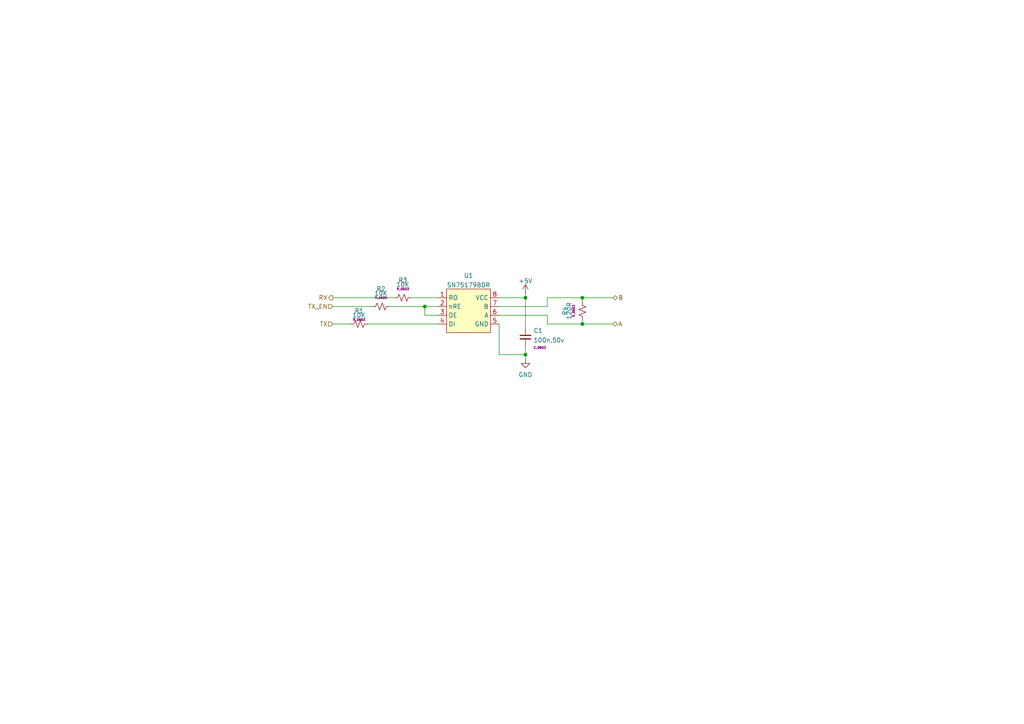
<source format=kicad_sch>
(kicad_sch (version 20211123) (generator eeschema)

  (uuid 27664dfa-8bb1-4604-964a-591e75d7a267)

  (paper "A4")

  (lib_symbols
    (symbol "C_Capacitor:C_0603" (pin_numbers hide) (pin_names (offset 1.016)) (in_bom yes) (on_board yes)
      (property "Reference" "C" (id 0) (at 3.175 1.905 0)
        (effects (font (size 1.27 1.27)))
      )
      (property "Value" "C_0603" (id 1) (at 5.715 0 0)
        (effects (font (size 1.27 1.27)))
      )
      (property "Footprint" "C_Capacitor:C_0603" (id 2) (at -3.175 0 90)
        (effects (font (size 1.27 1.27)) hide)
      )
      (property "Datasheet" "" (id 3) (at 2.54 2.54 0)
        (effects (font (size 1.27 1.27)) hide)
      )
      (property "Size" "C_0603" (id 4) (at 4.445 -1.905 0)
        (effects (font (size 0.635 0.635)))
      )
      (symbol "C_0603_1_1"
        (polyline
          (pts
            (xy -1.524 -0.508)
            (xy 1.524 -0.508)
          )
          (stroke (width 0.3302) (type default) (color 0 0 0 0))
          (fill (type none))
        )
        (polyline
          (pts
            (xy -1.524 0.508)
            (xy 1.524 0.508)
          )
          (stroke (width 0.3048) (type default) (color 0 0 0 0))
          (fill (type none))
        )
        (pin passive line (at 0 2.54 270) (length 2.032)
          (name "~" (effects (font (size 1.27 1.27))))
          (number "1" (effects (font (size 1.27 1.27))))
        )
        (pin passive line (at 0 -2.54 90) (length 2.032)
          (name "~" (effects (font (size 1.27 1.27))))
          (number "2" (effects (font (size 1.27 1.27))))
        )
      )
    )
    (symbol "R_Resistor:R_0603" (pin_numbers hide) (pin_names (offset 1.016)) (in_bom yes) (on_board yes)
      (property "Reference" "R" (id 0) (at 2.54 1.905 0)
        (effects (font (size 1.27 1.27)))
      )
      (property "Value" "R_0603" (id 1) (at 5.08 0 0)
        (effects (font (size 1.27 1.27)))
      )
      (property "Footprint" "R_Resistor:R_0603" (id 2) (at -2.54 0 90)
        (effects (font (size 1.27 1.27)) hide)
      )
      (property "Datasheet" "" (id 3) (at -2.54 -3.81 0)
        (effects (font (size 1.27 1.27)) hide)
      )
      (property "Size" "R_0603" (id 4) (at 3.81 -1.905 0)
        (effects (font (size 0.635 0.635)))
      )
      (symbol "R_0603_1_1"
        (polyline
          (pts
            (xy 0 0)
            (xy 1.016 -0.381)
            (xy 0 -0.762)
            (xy -1.016 -1.143)
            (xy 0 -1.524)
          )
          (stroke (width 0) (type default) (color 0 0 0 0))
          (fill (type none))
        )
        (polyline
          (pts
            (xy 0 1.524)
            (xy 1.016 1.143)
            (xy 0 0.762)
            (xy -1.016 0.381)
            (xy 0 0)
          )
          (stroke (width 0) (type default) (color 0 0 0 0))
          (fill (type none))
        )
        (pin passive line (at 0 2.54 270) (length 1.016)
          (name "~" (effects (font (size 1.27 1.27))))
          (number "1" (effects (font (size 1.27 1.27))))
        )
        (pin passive line (at 0 -2.54 90) (length 1.016)
          (name "~" (effects (font (size 1.27 1.27))))
          (number "2" (effects (font (size 1.27 1.27))))
        )
      )
    )
    (symbol "U_Transceiver:SN75179BDR" (in_bom yes) (on_board yes)
      (property "Reference" "U" (id 0) (at -5.08 7.62 0)
        (effects (font (size 1.27 1.27)))
      )
      (property "Value" "SN75179BDR" (id 1) (at 0 -7.62 0)
        (effects (font (size 1.27 1.27)))
      )
      (property "Footprint" "U_IC:SOIC_8" (id 2) (at 0 -10.16 0)
        (effects (font (size 1.27 1.27)) hide)
      )
      (property "Datasheet" "" (id 3) (at 0 0 0)
        (effects (font (size 1.27 1.27)) hide)
      )
      (property "ki_keywords" "RS485 IC TRANSCEIVER HALF 1/1 8SOIC" (id 4) (at 0 0 0)
        (effects (font (size 1.27 1.27)) hide)
      )
      (property "ki_description" "IC TRANSCEIVER HALF 1/1 8SOIC" (id 5) (at 0 0 0)
        (effects (font (size 1.27 1.27)) hide)
      )
      (symbol "SN75179BDR_0_1"
        (rectangle (start -6.35 6.35) (end 6.35 -6.35)
          (stroke (width 0.1524) (type default) (color 0 0 0 0))
          (fill (type background))
        )
      )
      (symbol "SN75179BDR_1_1"
        (pin output line (at -8.89 3.81 0) (length 2.54)
          (name "RO" (effects (font (size 1.27 1.27))))
          (number "1" (effects (font (size 1.27 1.27))))
        )
        (pin input line (at -8.89 1.27 0) (length 2.54)
          (name "nRE" (effects (font (size 1.27 1.27))))
          (number "2" (effects (font (size 1.27 1.27))))
        )
        (pin input line (at -8.89 -1.27 0) (length 2.54)
          (name "DE" (effects (font (size 1.27 1.27))))
          (number "3" (effects (font (size 1.27 1.27))))
        )
        (pin input line (at -8.89 -3.81 0) (length 2.54)
          (name "DI" (effects (font (size 1.27 1.27))))
          (number "4" (effects (font (size 1.27 1.27))))
        )
        (pin power_in line (at 8.89 -3.81 180) (length 2.54)
          (name "GND" (effects (font (size 1.27 1.27))))
          (number "5" (effects (font (size 1.27 1.27))))
        )
        (pin bidirectional line (at 8.89 -1.27 180) (length 2.54)
          (name "A" (effects (font (size 1.27 1.27))))
          (number "6" (effects (font (size 1.27 1.27))))
        )
        (pin bidirectional line (at 8.89 1.27 180) (length 2.54)
          (name "B" (effects (font (size 1.27 1.27))))
          (number "7" (effects (font (size 1.27 1.27))))
        )
        (pin power_in line (at 8.89 3.81 180) (length 2.54)
          (name "VCC" (effects (font (size 1.27 1.27))))
          (number "8" (effects (font (size 1.27 1.27))))
        )
      )
    )
    (symbol "power:+5V" (power) (pin_names (offset 0)) (in_bom yes) (on_board yes)
      (property "Reference" "#PWR" (id 0) (at 0 -3.81 0)
        (effects (font (size 1.27 1.27)) hide)
      )
      (property "Value" "+5V" (id 1) (at 0 3.556 0)
        (effects (font (size 1.27 1.27)))
      )
      (property "Footprint" "" (id 2) (at 0 0 0)
        (effects (font (size 1.27 1.27)) hide)
      )
      (property "Datasheet" "" (id 3) (at 0 0 0)
        (effects (font (size 1.27 1.27)) hide)
      )
      (property "ki_keywords" "power-flag" (id 4) (at 0 0 0)
        (effects (font (size 1.27 1.27)) hide)
      )
      (property "ki_description" "Power symbol creates a global label with name \"+5V\"" (id 5) (at 0 0 0)
        (effects (font (size 1.27 1.27)) hide)
      )
      (symbol "+5V_0_1"
        (polyline
          (pts
            (xy -0.762 1.27)
            (xy 0 2.54)
          )
          (stroke (width 0) (type default) (color 0 0 0 0))
          (fill (type none))
        )
        (polyline
          (pts
            (xy 0 0)
            (xy 0 2.54)
          )
          (stroke (width 0) (type default) (color 0 0 0 0))
          (fill (type none))
        )
        (polyline
          (pts
            (xy 0 2.54)
            (xy 0.762 1.27)
          )
          (stroke (width 0) (type default) (color 0 0 0 0))
          (fill (type none))
        )
      )
      (symbol "+5V_1_1"
        (pin power_in line (at 0 0 90) (length 0) hide
          (name "+5V" (effects (font (size 1.27 1.27))))
          (number "1" (effects (font (size 1.27 1.27))))
        )
      )
    )
    (symbol "power:GND" (power) (pin_names (offset 0)) (in_bom yes) (on_board yes)
      (property "Reference" "#PWR" (id 0) (at 0 -6.35 0)
        (effects (font (size 1.27 1.27)) hide)
      )
      (property "Value" "GND" (id 1) (at 0 -3.81 0)
        (effects (font (size 1.27 1.27)))
      )
      (property "Footprint" "" (id 2) (at 0 0 0)
        (effects (font (size 1.27 1.27)) hide)
      )
      (property "Datasheet" "" (id 3) (at 0 0 0)
        (effects (font (size 1.27 1.27)) hide)
      )
      (property "ki_keywords" "power-flag" (id 4) (at 0 0 0)
        (effects (font (size 1.27 1.27)) hide)
      )
      (property "ki_description" "Power symbol creates a global label with name \"GND\" , ground" (id 5) (at 0 0 0)
        (effects (font (size 1.27 1.27)) hide)
      )
      (symbol "GND_0_1"
        (polyline
          (pts
            (xy 0 0)
            (xy 0 -1.27)
            (xy 1.27 -1.27)
            (xy 0 -2.54)
            (xy -1.27 -1.27)
            (xy 0 -1.27)
          )
          (stroke (width 0) (type default) (color 0 0 0 0))
          (fill (type none))
        )
      )
      (symbol "GND_1_1"
        (pin power_in line (at 0 0 270) (length 0) hide
          (name "GND" (effects (font (size 1.27 1.27))))
          (number "1" (effects (font (size 1.27 1.27))))
        )
      )
    )
  )

  (junction (at 123.19 88.9) (diameter 0) (color 0 0 0 0)
    (uuid 29b21388-9905-4146-b61a-adf6a44ba698)
  )
  (junction (at 168.91 86.36) (diameter 0) (color 0 0 0 0)
    (uuid 8afb3065-5901-4646-b749-d92eee19184b)
  )
  (junction (at 168.91 93.98) (diameter 0) (color 0 0 0 0)
    (uuid b619544e-75cf-478e-8657-689dfacdf970)
  )
  (junction (at 152.4 102.87) (diameter 0) (color 0 0 0 0)
    (uuid c052ab04-4436-4ff1-81b1-4e64e800b3f0)
  )
  (junction (at 152.4 86.36) (diameter 0) (color 0 0 0 0)
    (uuid cff5c247-ea19-4883-9a65-0eae4370d254)
  )

  (wire (pts (xy 144.78 93.98) (xy 144.78 102.87))
    (stroke (width 0) (type default) (color 0 0 0 0))
    (uuid 092541cc-ea35-48b0-b36a-1634ae02eb75)
  )
  (wire (pts (xy 123.19 88.9) (xy 127 88.9))
    (stroke (width 0) (type default) (color 0 0 0 0))
    (uuid 2153dab4-ea0e-4e00-81be-24c38c6a428f)
  )
  (wire (pts (xy 113.03 88.9) (xy 123.19 88.9))
    (stroke (width 0) (type default) (color 0 0 0 0))
    (uuid 2fbaee64-37cb-4876-abbc-9fff3f8bcdc6)
  )
  (wire (pts (xy 144.78 91.44) (xy 158.75 91.44))
    (stroke (width 0) (type default) (color 0 0 0 0))
    (uuid 3406a61d-eee9-4277-9ce3-3496c41c839f)
  )
  (wire (pts (xy 168.91 93.98) (xy 177.8 93.98))
    (stroke (width 0) (type default) (color 0 0 0 0))
    (uuid 3df38aca-adfe-4967-adc2-e7f8f3aa2909)
  )
  (wire (pts (xy 158.75 93.98) (xy 168.91 93.98))
    (stroke (width 0) (type default) (color 0 0 0 0))
    (uuid 441cecaa-ae6a-4e66-94a2-f603c0b05472)
  )
  (wire (pts (xy 106.68 93.98) (xy 127 93.98))
    (stroke (width 0) (type default) (color 0 0 0 0))
    (uuid 481eafdb-7de6-4c84-8f8f-dde15ada1a6b)
  )
  (wire (pts (xy 96.52 88.9) (xy 107.95 88.9))
    (stroke (width 0) (type default) (color 0 0 0 0))
    (uuid 5bfe19b8-b09a-40b8-a602-fb11ad5b2d3a)
  )
  (wire (pts (xy 168.91 93.98) (xy 168.91 92.71))
    (stroke (width 0) (type default) (color 0 0 0 0))
    (uuid 5e9ae2b5-97c6-44a9-8dc9-7a0fe00a79a9)
  )
  (wire (pts (xy 119.38 86.36) (xy 127 86.36))
    (stroke (width 0) (type default) (color 0 0 0 0))
    (uuid 78f8f8ab-3c5a-44db-bb40-c212be9e50ac)
  )
  (wire (pts (xy 158.75 88.9) (xy 158.75 86.36))
    (stroke (width 0) (type default) (color 0 0 0 0))
    (uuid 7f438a12-47b6-4209-8975-17bd41c17786)
  )
  (wire (pts (xy 158.75 91.44) (xy 158.75 93.98))
    (stroke (width 0) (type default) (color 0 0 0 0))
    (uuid 94832b36-01c6-49e2-b1ec-85682b3e6a3b)
  )
  (wire (pts (xy 152.4 100.33) (xy 152.4 102.87))
    (stroke (width 0) (type default) (color 0 0 0 0))
    (uuid a2e900c1-1040-4c61-947b-4052d2c46183)
  )
  (wire (pts (xy 144.78 86.36) (xy 152.4 86.36))
    (stroke (width 0) (type default) (color 0 0 0 0))
    (uuid a58412e4-a9c6-4534-b849-68ebf1ec61ca)
  )
  (wire (pts (xy 144.78 88.9) (xy 158.75 88.9))
    (stroke (width 0) (type default) (color 0 0 0 0))
    (uuid b10e7ece-b836-4eb8-aa50-52ff5e15721b)
  )
  (wire (pts (xy 168.91 86.36) (xy 168.91 87.63))
    (stroke (width 0) (type default) (color 0 0 0 0))
    (uuid bc25a179-bf88-499e-bc04-f3caeb611f77)
  )
  (wire (pts (xy 152.4 86.36) (xy 152.4 85.09))
    (stroke (width 0) (type default) (color 0 0 0 0))
    (uuid bd620680-e9b6-421e-aa2a-91a9b32fc5f6)
  )
  (wire (pts (xy 152.4 102.87) (xy 152.4 104.14))
    (stroke (width 0) (type default) (color 0 0 0 0))
    (uuid bebee600-8f76-4932-b8b9-c12f85301e93)
  )
  (wire (pts (xy 144.78 102.87) (xy 152.4 102.87))
    (stroke (width 0) (type default) (color 0 0 0 0))
    (uuid c14514c3-834f-4703-8954-2f1555259efd)
  )
  (wire (pts (xy 96.52 86.36) (xy 114.3 86.36))
    (stroke (width 0) (type default) (color 0 0 0 0))
    (uuid cdbc8877-e2d3-4949-a984-1a8c88deef1c)
  )
  (wire (pts (xy 158.75 86.36) (xy 168.91 86.36))
    (stroke (width 0) (type default) (color 0 0 0 0))
    (uuid dd844e44-f3bd-4bd1-81a5-b0fe626990ec)
  )
  (wire (pts (xy 152.4 95.25) (xy 152.4 86.36))
    (stroke (width 0) (type default) (color 0 0 0 0))
    (uuid dff37f08-3dce-42ab-b7ae-c4e3773c2997)
  )
  (wire (pts (xy 127 91.44) (xy 123.19 91.44))
    (stroke (width 0) (type default) (color 0 0 0 0))
    (uuid e730de61-81ce-4b4d-8837-453ce3ace830)
  )
  (wire (pts (xy 96.52 93.98) (xy 101.6 93.98))
    (stroke (width 0) (type default) (color 0 0 0 0))
    (uuid f6dd911c-3af3-4939-a537-d875febc55c6)
  )
  (wire (pts (xy 123.19 91.44) (xy 123.19 88.9))
    (stroke (width 0) (type default) (color 0 0 0 0))
    (uuid f9313312-84bc-4126-af40-086b2928bc0a)
  )
  (wire (pts (xy 168.91 86.36) (xy 177.8 86.36))
    (stroke (width 0) (type default) (color 0 0 0 0))
    (uuid fbce72b7-a03c-4d24-a696-b462b4d3a853)
  )

  (hierarchical_label "TX" (shape input) (at 96.52 93.98 180)
    (effects (font (size 1.27 1.27)) (justify right))
    (uuid 3dad4f3d-a7d6-4393-8654-baf1c899ae0d)
  )
  (hierarchical_label "B" (shape bidirectional) (at 177.8 86.36 0)
    (effects (font (size 1.27 1.27)) (justify left))
    (uuid 71f5f9a8-d26a-4e8e-8d02-10d7f6efbe5a)
  )
  (hierarchical_label "TX_EN" (shape input) (at 96.52 88.9 180)
    (effects (font (size 1.27 1.27)) (justify right))
    (uuid 882a2f2f-ee15-4303-98a0-3bcb37d930fd)
  )
  (hierarchical_label "RX" (shape output) (at 96.52 86.36 180)
    (effects (font (size 1.27 1.27)) (justify right))
    (uuid 8d6adcb3-0a07-496f-becb-9f7b23def3f1)
  )
  (hierarchical_label "A" (shape bidirectional) (at 177.8 93.98 0)
    (effects (font (size 1.27 1.27)) (justify left))
    (uuid a674db37-af2a-4d33-a936-32846060fae3)
  )

  (symbol (lib_id "R_Resistor:R_0603") (at 110.49 88.9 90) (unit 1)
    (in_bom yes) (on_board yes)
    (uuid 04b7d471-0992-45e6-9fa4-f78f667e93bb)
    (property "Reference" "R2" (id 0) (at 110.49 83.82 90))
    (property "Value" "10K" (id 1) (at 110.49 85.09 90))
    (property "Footprint" "R_Resistor:R_0603" (id 2) (at 110.49 91.44 90)
      (effects (font (size 1.27 1.27)) hide)
    )
    (property "Datasheet" "" (id 3) (at 114.3 91.44 0)
      (effects (font (size 1.27 1.27)) hide)
    )
    (property "Size" "R_0603" (id 4) (at 110.49 86.36 90)
      (effects (font (size 0.635 0.635)))
    )
    (pin "1" (uuid 15fadd7e-3cd2-4f9a-af65-164b8203d9e2))
    (pin "2" (uuid d6206adf-ce13-48cd-ba38-aea54e4795c7))
  )

  (symbol (lib_id "C_Capacitor:C_0603") (at 152.4 97.79 0) (unit 1)
    (in_bom yes) (on_board yes) (fields_autoplaced)
    (uuid 3217d2ef-9ee3-42bb-8566-fc76374377dc)
    (property "Reference" "C1" (id 0) (at 154.7241 95.891 0)
      (effects (font (size 1.27 1.27)) (justify left))
    )
    (property "Value" "100n,50v" (id 1) (at 154.7241 98.6661 0)
      (effects (font (size 1.27 1.27)) (justify left))
    )
    (property "Footprint" "C_Capacitor:C_0603" (id 2) (at 149.225 97.79 90)
      (effects (font (size 1.27 1.27)) hide)
    )
    (property "Datasheet" "" (id 3) (at 154.94 95.25 0)
      (effects (font (size 1.27 1.27)) hide)
    )
    (property "Size" "C_0603" (id 4) (at 154.7241 100.811 0)
      (effects (font (size 0.635 0.635)) (justify left))
    )
    (pin "1" (uuid dddb2321-0502-4a0e-b929-d323a8a7c30d))
    (pin "2" (uuid 381507af-1831-494e-bcb2-d025f5e10a1f))
  )

  (symbol (lib_id "power:+5V") (at 152.4 85.09 0) (unit 1)
    (in_bom yes) (on_board yes) (fields_autoplaced)
    (uuid 5128997c-7162-4c47-82ed-2ce9abb3e9c6)
    (property "Reference" "#PWR0104" (id 0) (at 152.4 88.9 0)
      (effects (font (size 1.27 1.27)) hide)
    )
    (property "Value" "+5V" (id 1) (at 152.4 81.4855 0))
    (property "Footprint" "" (id 2) (at 152.4 85.09 0)
      (effects (font (size 1.27 1.27)) hide)
    )
    (property "Datasheet" "" (id 3) (at 152.4 85.09 0)
      (effects (font (size 1.27 1.27)) hide)
    )
    (pin "1" (uuid b1941fdc-707c-4725-8186-a5cc6c7f467a))
  )

  (symbol (lib_id "R_Resistor:R_0603") (at 168.91 90.17 180) (unit 1)
    (in_bom yes) (on_board yes)
    (uuid 52d3b1a8-af7d-4fe8-8b84-a09b306697b6)
    (property "Reference" "R4" (id 0) (at 163.83 90.17 90))
    (property "Value" "120R" (id 1) (at 165.1 90.17 90))
    (property "Footprint" "R_Resistor:R_0603" (id 2) (at 171.45 90.17 90)
      (effects (font (size 1.27 1.27)) hide)
    )
    (property "Datasheet" "" (id 3) (at 171.45 86.36 0)
      (effects (font (size 1.27 1.27)) hide)
    )
    (property "Size" "R_0603" (id 4) (at 166.37 90.17 90)
      (effects (font (size 0.635 0.635)))
    )
    (pin "1" (uuid 05b52aac-5d62-4d9e-ade0-8e16d2c81152))
    (pin "2" (uuid 95464327-2dae-40db-973c-f54330219c31))
  )

  (symbol (lib_id "U_Transceiver:SN75179BDR") (at 135.89 90.17 0) (unit 1)
    (in_bom yes) (on_board yes) (fields_autoplaced)
    (uuid 623408cc-6645-4f0d-ae17-50195c36c79f)
    (property "Reference" "U1" (id 0) (at 135.89 79.9043 0))
    (property "Value" "SN75179BDR" (id 1) (at 135.89 82.6794 0))
    (property "Footprint" "U_IC:SOIC_8" (id 2) (at 135.89 100.33 0)
      (effects (font (size 1.27 1.27)) hide)
    )
    (property "Datasheet" "" (id 3) (at 135.89 90.17 0)
      (effects (font (size 1.27 1.27)) hide)
    )
    (pin "1" (uuid 6cf84146-85f3-43b8-a68c-7e6fda0fb3c9))
    (pin "2" (uuid bf97ed8f-b865-47f0-989c-43f1b6105c1a))
    (pin "3" (uuid 1fcbe4ff-cfff-488f-8b7d-b4fb23c3018d))
    (pin "4" (uuid ad760e67-5e3d-4397-995e-499c2100b0b1))
    (pin "5" (uuid 4537a5c1-2eca-45e3-824f-5f450b04aaa3))
    (pin "6" (uuid 75599016-19f1-4f00-9e9a-98f9597960bf))
    (pin "7" (uuid 0a471f84-eefc-4542-bd8b-2b32566b6a10))
    (pin "8" (uuid 076f9951-cb9d-460d-be5c-d9425a04af1a))
  )

  (symbol (lib_id "power:GND") (at 152.4 104.14 0) (unit 1)
    (in_bom yes) (on_board yes) (fields_autoplaced)
    (uuid a8e44709-eb87-4c8c-93f4-2af55acc2876)
    (property "Reference" "#PWR0105" (id 0) (at 152.4 110.49 0)
      (effects (font (size 1.27 1.27)) hide)
    )
    (property "Value" "GND" (id 1) (at 152.4 108.7025 0))
    (property "Footprint" "" (id 2) (at 152.4 104.14 0)
      (effects (font (size 1.27 1.27)) hide)
    )
    (property "Datasheet" "" (id 3) (at 152.4 104.14 0)
      (effects (font (size 1.27 1.27)) hide)
    )
    (pin "1" (uuid 8a01f6a2-d5b8-48eb-bef4-98b2d4b295c0))
  )

  (symbol (lib_id "R_Resistor:R_0603") (at 104.14 93.98 90) (unit 1)
    (in_bom yes) (on_board yes)
    (uuid add8666e-ed60-40a0-a0d5-b1f9d69b37e3)
    (property "Reference" "R1" (id 0) (at 104.14 90.17 90))
    (property "Value" "10K" (id 1) (at 104.14 91.44 90))
    (property "Footprint" "R_Resistor:R_0603" (id 2) (at 104.14 96.52 90)
      (effects (font (size 1.27 1.27)) hide)
    )
    (property "Datasheet" "" (id 3) (at 107.95 96.52 0)
      (effects (font (size 1.27 1.27)) hide)
    )
    (property "Size" "R_0603" (id 4) (at 104.14 92.71 90)
      (effects (font (size 0.635 0.635)))
    )
    (pin "1" (uuid 837d71e4-a79e-4fbe-9be1-c675d458becb))
    (pin "2" (uuid ed5fffd3-ba07-4e95-a8df-5789eca3d7d6))
  )

  (symbol (lib_id "R_Resistor:R_0603") (at 116.84 86.36 90) (unit 1)
    (in_bom yes) (on_board yes)
    (uuid f466d5cb-4066-40c6-85b4-c1b2ec9f335a)
    (property "Reference" "R3" (id 0) (at 116.84 81.28 90))
    (property "Value" "10K" (id 1) (at 116.84 82.55 90))
    (property "Footprint" "R_Resistor:R_0603" (id 2) (at 116.84 88.9 90)
      (effects (font (size 1.27 1.27)) hide)
    )
    (property "Datasheet" "" (id 3) (at 120.65 88.9 0)
      (effects (font (size 1.27 1.27)) hide)
    )
    (property "Size" "R_0603" (id 4) (at 116.84 83.82 90)
      (effects (font (size 0.635 0.635)))
    )
    (pin "1" (uuid 1e93c99a-4d86-4715-971b-8332ab465e9c))
    (pin "2" (uuid b727b934-1939-4930-99ec-1230f632c2c9))
  )
)

</source>
